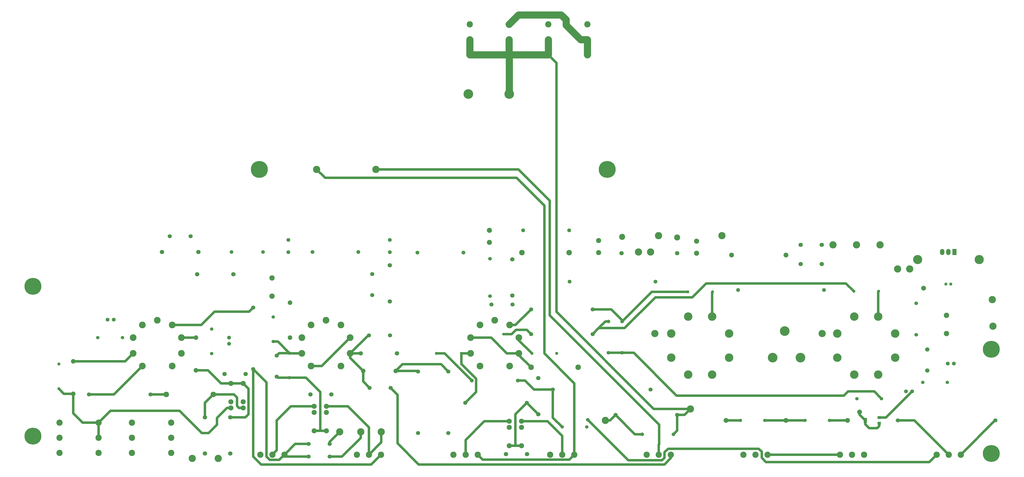
<source format=gbl>
G04 #@! TF.GenerationSoftware,KiCad,Pcbnew,9.0.4*
G04 #@! TF.CreationDate,2025-10-07T22:59:05+02:00*
G04 #@! TF.ProjectId,wb50,77623530-2e6b-4696-9361-645f70636258,rev?*
G04 #@! TF.SameCoordinates,Original*
G04 #@! TF.FileFunction,Copper,L4,Bot*
G04 #@! TF.FilePolarity,Positive*
%FSLAX46Y46*%
G04 Gerber Fmt 4.6, Leading zero omitted, Abs format (unit mm)*
G04 Created by KiCad (PCBNEW 9.0.4) date 2025-10-07 22:59:05*
%MOMM*%
%LPD*%
G01*
G04 APERTURE LIST*
G04 #@! TA.AperFunction,ComponentPad*
%ADD10C,3.900000*%
G04 #@! TD*
G04 #@! TA.AperFunction,ConnectorPad*
%ADD11C,7.000000*%
G04 #@! TD*
G04 #@! TA.AperFunction,ComponentPad*
%ADD12C,1.800000*%
G04 #@! TD*
G04 #@! TA.AperFunction,ComponentPad*
%ADD13C,3.000000*%
G04 #@! TD*
G04 #@! TA.AperFunction,ComponentPad*
%ADD14C,2.100000*%
G04 #@! TD*
G04 #@! TA.AperFunction,ComponentPad*
%ADD15C,1.300000*%
G04 #@! TD*
G04 #@! TA.AperFunction,ComponentPad*
%ADD16C,2.600000*%
G04 #@! TD*
G04 #@! TA.AperFunction,ComponentPad*
%ADD17C,1.400000*%
G04 #@! TD*
G04 #@! TA.AperFunction,ComponentPad*
%ADD18C,1.600000*%
G04 #@! TD*
G04 #@! TA.AperFunction,ComponentPad*
%ADD19C,4.000000*%
G04 #@! TD*
G04 #@! TA.AperFunction,ComponentPad*
%ADD20C,1.700000*%
G04 #@! TD*
G04 #@! TA.AperFunction,ConnectorPad*
%ADD21C,3.800000*%
G04 #@! TD*
G04 #@! TA.AperFunction,ComponentPad*
%ADD22C,1.879604*%
G04 #@! TD*
G04 #@! TA.AperFunction,ComponentPad*
%ADD23C,1.524003*%
G04 #@! TD*
G04 #@! TA.AperFunction,ComponentPad*
%ADD24C,1.500000*%
G04 #@! TD*
G04 #@! TA.AperFunction,ComponentPad*
%ADD25C,3.200000*%
G04 #@! TD*
G04 #@! TA.AperFunction,ComponentPad*
%ADD26C,2.300000*%
G04 #@! TD*
G04 #@! TA.AperFunction,ComponentPad*
%ADD27C,2.000000*%
G04 #@! TD*
G04 #@! TA.AperFunction,ComponentPad*
%ADD28C,2.500000*%
G04 #@! TD*
G04 #@! TA.AperFunction,ComponentPad*
%ADD29C,2.200000*%
G04 #@! TD*
G04 #@! TA.AperFunction,ComponentPad*
%ADD30R,1.800000X2.600000*%
G04 #@! TD*
G04 #@! TA.AperFunction,ComponentPad*
%ADD31O,1.800000X2.600000*%
G04 #@! TD*
G04 #@! TA.AperFunction,ComponentPad*
%ADD32C,3.500000*%
G04 #@! TD*
G04 #@! TA.AperFunction,ComponentPad*
%ADD33C,2.800000*%
G04 #@! TD*
G04 #@! TA.AperFunction,SMDPad,CuDef*
%ADD34C,2.000000*%
G04 #@! TD*
G04 #@! TA.AperFunction,SMDPad,CuDef*
%ADD35R,1.400000X1.300000*%
G04 #@! TD*
G04 #@! TA.AperFunction,SMDPad,CuDef*
%ADD36R,1.400000X2.000000*%
G04 #@! TD*
G04 #@! TA.AperFunction,ViaPad*
%ADD37C,1.500000*%
G04 #@! TD*
G04 #@! TA.AperFunction,ViaPad*
%ADD38C,2.000000*%
G04 #@! TD*
G04 #@! TA.AperFunction,ViaPad*
%ADD39C,0.600000*%
G04 #@! TD*
G04 #@! TA.AperFunction,Conductor*
%ADD40C,1.000000*%
G04 #@! TD*
G04 #@! TA.AperFunction,Conductor*
%ADD41C,3.000000*%
G04 #@! TD*
G04 APERTURE END LIST*
D10*
G04 #@! TO.P,MH8,1,1*
G04 #@! TO.N,unconnected-(MH8-Pad1)*
X361500000Y-152000000D03*
D11*
X361500000Y-152000000D03*
G04 #@! TD*
D10*
G04 #@! TO.P,MH7,1,1*
G04 #@! TO.N,unconnected-(MH7-Pad1)*
X217500000Y-152000000D03*
D11*
X217500000Y-152000000D03*
G04 #@! TD*
D10*
G04 #@! TO.P,MH6,1,1*
G04 #@! TO.N,unconnected-(MH6-Pad1)*
X520500000Y-226500000D03*
D11*
X520500000Y-226500000D03*
G04 #@! TD*
D10*
G04 #@! TO.P,MH5,1,1*
G04 #@! TO.N,unconnected-(MH5-Pad1)*
X520500000Y-269750000D03*
D11*
X520500000Y-269750000D03*
G04 #@! TD*
D10*
G04 #@! TO.P,MH4,1,1*
G04 #@! TO.N,unconnected-(MH4-Pad1)*
X123750000Y-262500000D03*
D11*
X123750000Y-262500000D03*
G04 #@! TD*
D10*
G04 #@! TO.P,MH3,1,1*
G04 #@! TO.N,unconnected-(MH3-Pad1)*
X123750000Y-200500000D03*
D11*
X123750000Y-200500000D03*
G04 #@! TD*
D12*
G04 #@! TO.P,R7,1,1*
G04 #@! TO.N,Net-(R6-Pad1)*
X205500000Y-254750000D03*
G04 #@! TO.P,R7,2,2*
G04 #@! TO.N,GND-AUD*
X205500000Y-269750000D03*
G04 #@! TD*
G04 #@! TO.P,D4,1,K*
G04 #@! TO.N,+12V*
X211850013Y-236750000D03*
G04 #@! TO.P,D4,2,A*
G04 #@! TO.N,REL-SW*
X203149987Y-236750000D03*
G04 #@! TD*
D13*
G04 #@! TO.P,X-BS-2,1,1*
G04 #@! TO.N,Net-(RELAY2-Pad10)*
X268000000Y-260750000D03*
G04 #@! TD*
D14*
G04 #@! TO.P,C10,1*
G04 #@! TO.N,HV-C*
X312750000Y-182250000D03*
G04 #@! TO.P,C10,2*
G04 #@! TO.N,GND-AUD*
X312750000Y-177250000D03*
G04 #@! TD*
D15*
G04 #@! TO.P,R17,1,1*
G04 #@! TO.N,Net-(V3A-G)*
X301150114Y-228250000D03*
G04 #@! TO.P,R17,2,2*
G04 #@! TO.N,Net-(R17-Pad2)*
X290849886Y-228250000D03*
G04 #@! TD*
G04 #@! TO.P,C1,1*
G04 #@! TO.N,+12V*
X501750000Y-199500000D03*
G04 #@! TO.P,C1,2*
G04 #@! TO.N,GND-AUX*
X503750000Y-199500000D03*
G04 #@! TD*
D12*
G04 #@! TO.P,R16,1,1*
G04 #@! TO.N,/Phase Inverter/PI_IN*
X333000000Y-253500000D03*
G04 #@! TO.P,R16,2,2*
G04 #@! TO.N,GND-AUD*
X333000000Y-238500000D03*
G04 #@! TD*
D14*
G04 #@! TO.P,RELAY1,1,1*
G04 #@! TO.N,Net-(R5-Pad1)*
X210790005Y-250830010D03*
G04 #@! TO.P,RELAY1,2,2*
G04 #@! TO.N,+12V*
X210790005Y-248290005D03*
G04 #@! TO.P,RELAY1,5,5*
G04 #@! TO.N,Net-(R6-Pad1)*
X210790005Y-240669990D03*
G04 #@! TO.P,RELAY1,6,6*
X205709995Y-240669990D03*
G04 #@! TO.P,RELAY1,9,9*
G04 #@! TO.N,REL-SW*
X205709995Y-248290005D03*
G04 #@! TO.P,RELAY1,10,10*
G04 #@! TO.N,/Connectors/Audio_IN*
X205709995Y-250830010D03*
G04 #@! TD*
D16*
G04 #@! TO.P,J1,1,S*
G04 #@! TO.N,GND-AUD*
X151000000Y-269500000D03*
G04 #@! TO.P,J1,2,R*
G04 #@! TO.N,/Connectors/Audio_IN*
X151000000Y-263200000D03*
G04 #@! TO.P,J1,3,T*
X151000000Y-256900000D03*
G04 #@! TO.P,J1,4,TN*
G04 #@! TO.N,GND-AUD*
X134800000Y-256900000D03*
G04 #@! TO.P,J1,5,RN*
X134800000Y-263200000D03*
G04 #@! TO.P,J1,6,SN*
X134800000Y-269500000D03*
G04 #@! TD*
D17*
G04 #@! TO.P,R28,1,1*
G04 #@! TO.N,Net-(R28-Pad1)*
X464899924Y-247000000D03*
G04 #@! TO.P,R28,2,2*
G04 #@! TO.N,/Power Amp/Bias-Set*
X475100076Y-247000000D03*
G04 #@! TD*
D18*
G04 #@! TO.P,U30,1,1*
G04 #@! TO.N,HV-B*
X345969964Y-198500000D03*
G04 #@! TO.P,U30,2,2*
G04 #@! TO.N,Net-(V5A-g2)*
X381530036Y-198500000D03*
G04 #@! TD*
D16*
G04 #@! TO.P,RV4,1,1*
G04 #@! TO.N,Net-(RV2-Pad2)*
X377900000Y-270200000D03*
G04 #@! TO.P,RV4,2,2*
G04 #@! TO.N,Net-(Audio-To-FX1-Pad1)*
X382900000Y-270200000D03*
G04 #@! TO.P,RV4,3,3*
G04 #@! TO.N,Net-(RV4-Pad3)*
X387900000Y-270200000D03*
G04 #@! TD*
D19*
G04 #@! TO.P,X9,1,1*
G04 #@! TO.N,/Connectors/NFB_IN*
X321000000Y-120750000D03*
G04 #@! TD*
D18*
G04 #@! TO.P,R27,1,1*
G04 #@! TO.N,HV-D*
X258500000Y-186250000D03*
G04 #@! TO.P,R27,2,2*
G04 #@! TO.N,HV-E*
X239500000Y-186250000D03*
G04 #@! TD*
D20*
G04 #@! TO.P,U14,1*
G04 #@! TO.N,Net-(R15-Pad2)*
X283250000Y-235750000D03*
G04 #@! TO.P,U14,2*
G04 #@! TO.N,Net-(RV2-Pad2)*
X283250000Y-261250000D03*
G04 #@! TD*
D16*
G04 #@! TO.P,MH2,1,1*
G04 #@! TO.N,Net-(MH2-Pad1)*
X515540259Y-189354953D03*
D21*
X515540259Y-189354953D03*
G04 #@! TD*
D12*
G04 #@! TO.P,D2,1,K*
G04 #@! TO.N,Net-(D1-K)*
X441649987Y-191250000D03*
G04 #@! TO.P,D2,2,A*
G04 #@! TO.N,Net-(D2-A)*
X450350013Y-191250000D03*
G04 #@! TD*
D14*
G04 #@! TO.P,C8,1*
G04 #@! TO.N,HV-A*
X398500000Y-186750000D03*
G04 #@! TO.P,C8,2*
G04 #@! TO.N,GND-PWR*
X398500000Y-181750000D03*
G04 #@! TD*
D18*
G04 #@! TO.P,U29,1,1*
G04 #@! TO.N,Net-(V4A-g2)*
X451280036Y-202000000D03*
G04 #@! TO.P,U29,2,2*
G04 #@! TO.N,HV-B*
X415719964Y-202000000D03*
G04 #@! TD*
G04 #@! TO.P,C14,1*
G04 #@! TO.N,GND-PWR*
X505020003Y-232500000D03*
G04 #@! TO.P,C14,2*
G04 #@! TO.N,Net-(D3-A)*
X502479997Y-232500000D03*
G04 #@! TD*
D22*
G04 #@! TO.P,R6,1,1*
G04 #@! TO.N,Net-(R6-Pad1)*
X191250000Y-235250064D03*
G04 #@! TO.P,R6,2,2*
G04 #@! TO.N,Net-(V1B-G)*
X191250000Y-221749936D03*
G04 #@! TD*
D23*
G04 #@! TO.P,U20,1,1*
G04 #@! TO.N,HV-C*
X313000000Y-189000064D03*
G04 #@! TO.P,U20,2,2*
G04 #@! TO.N,Net-(V3A-A{slash}P)*
X313000000Y-204499936D03*
G04 #@! TD*
D24*
G04 #@! TO.P,U22,1,1*
G04 #@! TO.N,Net-(R21-Pad2)*
X375999873Y-261750000D03*
G04 #@! TO.P,U22,2,2*
G04 #@! TO.N,/Connectors/NFB_IN*
X389000127Y-261750000D03*
G04 #@! TD*
D20*
G04 #@! TO.P,U13,1*
G04 #@! TO.N,Net-(V2B-C{slash}K)*
X262900000Y-220750000D03*
G04 #@! TO.P,U13,2*
G04 #@! TO.N,GND-AUD*
X271600000Y-220750000D03*
G04 #@! TD*
D16*
G04 #@! TO.P,RV1,1,1*
G04 #@! TO.N,Net-(R19-Pad2)*
X497900000Y-270200000D03*
G04 #@! TO.P,RV1,2,2*
G04 #@! TO.N,Net-(RV1-Pad2)*
X502900000Y-270200000D03*
G04 #@! TO.P,RV1,3,3*
G04 #@! TO.N,GND-AUD*
X507900000Y-270200000D03*
G04 #@! TD*
D13*
G04 #@! TO.P,X-BS-1,1,1*
G04 #@! TO.N,Net-(U10-Pad2)*
X250750000Y-260750000D03*
G04 #@! TD*
D20*
G04 #@! TO.P,U9,1*
G04 #@! TO.N,Net-(RV7-Pad3)*
X237900000Y-271000000D03*
G04 #@! TO.P,U9,2*
G04 #@! TO.N,Net-(U9-Pad2)*
X246600000Y-271000000D03*
G04 #@! TD*
D17*
G04 #@! TO.P,R21,1,1*
G04 #@! TO.N,Net-(R19-Pad2)*
X342899924Y-258750000D03*
G04 #@! TO.P,R21,2,2*
G04 #@! TO.N,Net-(R21-Pad2)*
X353100076Y-258750000D03*
G04 #@! TD*
D13*
G04 #@! TO.P,Audio-B1,1,1*
G04 #@! TO.N,Net-(V5A-a)*
X381250000Y-220000000D03*
G04 #@! TD*
D20*
G04 #@! TO.P,U11,1*
G04 #@! TO.N,/Pre Amp/PreAmp_OUT*
X224750000Y-237850000D03*
G04 #@! TO.P,U11,2*
G04 #@! TO.N,Net-(V2A-G)*
X224750000Y-229150000D03*
G04 #@! TD*
D13*
G04 #@! TO.P,AC-IN1,1,1*
G04 #@! TO.N,Net-(D1-A)*
X455000000Y-183250000D03*
G04 #@! TD*
D20*
G04 #@! TO.P,U10,1*
G04 #@! TO.N,Net-(RV7-Pad3)*
X237900000Y-265750000D03*
G04 #@! TO.P,U10,2*
G04 #@! TO.N,Net-(U10-Pad2)*
X246600000Y-265750000D03*
G04 #@! TD*
D18*
G04 #@! TO.P,C12,1*
G04 #@! TO.N,HV-E*
X229500000Y-186290005D03*
G04 #@! TO.P,C12,2*
G04 #@! TO.N,GND-AUD*
X229500000Y-181209995D03*
G04 #@! TD*
D12*
G04 #@! TO.P,R3,1,1*
G04 #@! TO.N,Net-(R3-Pad1)*
X192250000Y-186250000D03*
G04 #@! TO.P,R3,2,2*
G04 #@! TO.N,Net-(V1A-A{slash}P)*
X177250000Y-186250000D03*
G04 #@! TD*
D25*
G04 #@! TO.P,U1,1*
G04 #@! TO.N,Net-(MH1-Pad1)*
X490040246Y-189354953D03*
G04 #@! TO.P,U1,2*
G04 #@! TO.N,Net-(MH2-Pad1)*
X515540373Y-189354953D03*
G04 #@! TD*
D13*
G04 #@! TO.P,X2,1,1*
G04 #@! TO.N,GND-AUX*
X189750000Y-271750000D03*
G04 #@! TD*
G04 #@! TO.P,THUMP1,1,1*
G04 #@! TO.N,Net-(R21-Pad2)*
X360750000Y-256000000D03*
G04 #@! TD*
G04 #@! TO.P,AC-IN3,1,1*
G04 #@! TO.N,Net-(D2-A)*
X474500000Y-183250000D03*
G04 #@! TD*
D26*
G04 #@! TO.P,U18,1,1*
G04 #@! TO.N,Net-(V3A-C{slash}K)*
X329999936Y-234000000D03*
G04 #@! TO.P,U18,2,2*
G04 #@! TO.N,Net-(R17-Pad2)*
X349500064Y-234000000D03*
G04 #@! TD*
D20*
G04 #@! TO.P,U7,1*
G04 #@! TO.N,Net-(V1A-A{slash}P)*
X147000000Y-245250000D03*
G04 #@! TO.P,U7,2*
G04 #@! TO.N,Net-(U5-Pad1)*
X172500000Y-245250000D03*
G04 #@! TD*
D13*
G04 #@! TO.P,THUMP2,1,1*
G04 #@! TO.N,/Connectors/NFB_IN*
X396000000Y-251250000D03*
G04 #@! TD*
D16*
G04 #@! TO.P,J3,1,S*
G04 #@! TO.N,GND-AUD*
X304650000Y-91950000D03*
G04 #@! TO.P,J3,2,R*
G04 #@! TO.N,/Connectors/NFB_IN*
X304650000Y-98250000D03*
G04 #@! TO.P,J3,3,T*
X304650000Y-104550000D03*
G04 #@! TO.P,J3,4,TN*
X320850000Y-104550000D03*
G04 #@! TO.P,J3,5,RN*
X320850000Y-98250000D03*
G04 #@! TO.P,J3,6,SN*
G04 #@! TO.N,Net-(J3-SN)*
X320850000Y-91950000D03*
G04 #@! TD*
D13*
G04 #@! TO.P,AC-IN4,1,1*
G04 #@! TO.N,Net-(AC-IN4-Pad1)*
X521000000Y-206000000D03*
G04 #@! TD*
D18*
G04 #@! TO.P,R19,1,1*
G04 #@! TO.N,Net-(R17-Pad2)*
X305500000Y-239500000D03*
G04 #@! TO.P,R19,2,2*
G04 #@! TO.N,Net-(R19-Pad2)*
X324500000Y-239500000D03*
G04 #@! TD*
D17*
G04 #@! TO.P,R4,1,1*
G04 #@! TO.N,Net-(V1A-C{slash}K)*
X160850076Y-221750000D03*
G04 #@! TO.P,R4,2,2*
G04 #@! TO.N,GND-AUD*
X150649924Y-221750000D03*
G04 #@! TD*
D12*
G04 #@! TO.P,D6,1,K*
G04 #@! TO.N,+12V*
X319649987Y-270000000D03*
G04 #@! TO.P,D6,2,A*
G04 #@! TO.N,REL-SW*
X328350013Y-270000000D03*
G04 #@! TD*
D14*
G04 #@! TO.P,RELAY2,1,1*
G04 #@! TO.N,Net-(RELAY2-Pad1)*
X240209995Y-250169990D03*
G04 #@! TO.P,RELAY2,2,2*
G04 #@! TO.N,+12V*
X240209995Y-252709995D03*
G04 #@! TO.P,RELAY2,5,5*
G04 #@! TO.N,/Pre Amp/PreAmp_OUT*
X240209995Y-260330010D03*
G04 #@! TO.P,RELAY2,6,6*
X245290005Y-260330010D03*
G04 #@! TO.P,RELAY2,9,9*
G04 #@! TO.N,REL-SW*
X245290005Y-252709995D03*
G04 #@! TO.P,RELAY2,10,10*
G04 #@! TO.N,Net-(RELAY2-Pad10)*
X245290005Y-250169990D03*
G04 #@! TD*
D13*
G04 #@! TO.P,Audo-From-FX1,1,1*
G04 #@! TO.N,Net-(Audo-From-FX1-Pad1)*
X241250000Y-152000000D03*
G04 #@! TD*
D24*
G04 #@! TO.P,R32,1,1*
G04 #@! TO.N,Net-(D2-A)*
X489500000Y-207499873D03*
G04 #@! TO.P,R32,2,2*
G04 #@! TO.N,Net-(D3-K)*
X489500000Y-220500127D03*
G04 #@! TD*
D13*
G04 #@! TO.P,X-BS-3,1,1*
G04 #@! TO.N,Net-(U9-Pad2)*
X259500000Y-260750000D03*
G04 #@! TD*
D16*
G04 #@! TO.P,MH1,1,1*
G04 #@! TO.N,Net-(MH1-Pad1)*
X490040259Y-189354953D03*
D21*
X490040259Y-189354953D03*
G04 #@! TD*
D27*
G04 #@! TO.P,U31,1,1*
G04 #@! TO.N,Net-(D1-K)*
X435499936Y-187500000D03*
G04 #@! TO.P,U31,2,2*
G04 #@! TO.N,HV-A*
X413000064Y-187500000D03*
G04 #@! TD*
D20*
G04 #@! TO.P,U21,1*
G04 #@! TO.N,Net-(V3A-A{slash}P)*
X313650000Y-208000000D03*
G04 #@! TO.P,U21,2*
G04 #@! TO.N,Net-(V3B-A{slash}P)*
X322350000Y-208000000D03*
G04 #@! TD*
D15*
G04 #@! TO.P,R22,1,1*
G04 #@! TO.N,/Phase Inverter/PI_OUT_A*
X463599886Y-202500000D03*
G04 #@! TO.P,R22,2,2*
G04 #@! TO.N,Net-(V4A-g1)*
X473900114Y-202500000D03*
G04 #@! TD*
D12*
G04 #@! TO.P,R12,1,1*
G04 #@! TO.N,HV-D*
X271500000Y-191750000D03*
G04 #@! TO.P,R12,2,2*
G04 #@! TO.N,Net-(V2A-A{slash}P)*
X271500000Y-206750000D03*
G04 #@! TD*
D19*
G04 #@! TO.P,X12,1,1*
G04 #@! TO.N,GND-AUD*
X304000000Y-120750000D03*
G04 #@! TD*
D13*
G04 #@! TO.P,HV-OT2,1,1*
G04 #@! TO.N,HV-A*
X382750000Y-179500000D03*
G04 #@! TD*
D19*
G04 #@! TO.P,AC-IN8,1,1*
G04 #@! TO.N,HEAT2*
X430000000Y-230000000D03*
G04 #@! TD*
D16*
G04 #@! TO.P,RV3,1,1*
G04 #@! TO.N,GND-AUD*
X417900000Y-270200000D03*
G04 #@! TO.P,RV3,2,2*
G04 #@! TO.N,Net-(RV3-Pad2)*
X422900000Y-270200000D03*
G04 #@! TO.P,RV3,3,3*
G04 #@! TO.N,Net-(RV2-Pad1)*
X427900000Y-270200000D03*
G04 #@! TD*
D19*
G04 #@! TO.P,AC-IN6,1,1*
G04 #@! TO.N,HEAT1*
X441500000Y-230000000D03*
G04 #@! TD*
D15*
G04 #@! TO.P,R23,1,1*
G04 #@! TO.N,/Phase Inverter/PI_OUT_B*
X394849886Y-202750000D03*
G04 #@! TO.P,R23,2,2*
G04 #@! TO.N,Net-(V5A-g1)*
X405150114Y-202750000D03*
G04 #@! TD*
D20*
G04 #@! TO.P,U17,1*
G04 #@! TO.N,/Phase Inverter/PI_IN*
X328250000Y-248750000D03*
G04 #@! TO.P,U17,2*
G04 #@! TO.N,Net-(V3A-G)*
X302750000Y-248750000D03*
G04 #@! TD*
D13*
G04 #@! TO.P,Audio-To-FX1,1,1*
G04 #@! TO.N,Net-(Audio-To-FX1-Pad1)*
X265750000Y-152000000D03*
G04 #@! TD*
D28*
G04 #@! TO.P,Choke1,1,1*
G04 #@! TO.N,HV-A*
X390500000Y-180250000D03*
G04 #@! TD*
D20*
G04 #@! TO.P,U16,1*
G04 #@! TO.N,Net-(V2B-C{slash}K)*
X263150000Y-242500000D03*
G04 #@! TO.P,U16,2*
G04 #@! TO.N,Net-(RV4-Pad3)*
X271850000Y-242500000D03*
G04 #@! TD*
D16*
G04 #@! TO.P,RV2,1,1*
G04 #@! TO.N,Net-(RV2-Pad1)*
X457900000Y-270200000D03*
G04 #@! TO.P,RV2,2,2*
G04 #@! TO.N,Net-(RV2-Pad2)*
X462900000Y-270200000D03*
G04 #@! TO.P,RV2,3,3*
X467900000Y-270200000D03*
G04 #@! TD*
D24*
G04 #@! TO.P,U4,1,1*
G04 #@! TO.N,HV-E*
X219000127Y-186250000D03*
G04 #@! TO.P,U4,2,2*
G04 #@! TO.N,Net-(R3-Pad1)*
X205999873Y-186250000D03*
G04 #@! TD*
D13*
G04 #@! TO.P,AC-IN2,1,1*
G04 #@! TO.N,GND-PWR*
X464750000Y-183250000D03*
G04 #@! TD*
D14*
G04 #@! TO.P,RELAY3,1,1*
G04 #@! TO.N,Net-(RELAY3-Pad1)*
X321000000Y-256339980D03*
G04 #@! TO.P,RELAY3,2,2*
G04 #@! TO.N,+12V*
X321000000Y-258879985D03*
G04 #@! TO.P,RELAY3,5,5*
G04 #@! TO.N,/Phase Inverter/PI_IN*
X321000000Y-266500000D03*
G04 #@! TO.P,RELAY3,6,6*
X326080010Y-266500000D03*
G04 #@! TO.P,RELAY3,9,9*
G04 #@! TO.N,REL-SW*
X326080010Y-258879985D03*
G04 #@! TO.P,RELAY3,10,10*
G04 #@! TO.N,Net-(RELAY3-Pad10)*
X326080010Y-256339980D03*
G04 #@! TD*
D18*
G04 #@! TO.P,R26,1,1*
G04 #@! TO.N,HV-C*
X302000000Y-186500000D03*
G04 #@! TO.P,R26,2,2*
G04 #@! TO.N,HV-D*
X283000000Y-186500000D03*
G04 #@! TD*
D14*
G04 #@! TO.P,C9,1*
G04 #@! TO.N,HV-B*
X358000000Y-186500000D03*
G04 #@! TO.P,C9,2*
G04 #@! TO.N,GND-AUD*
X358000000Y-181500000D03*
G04 #@! TD*
D12*
G04 #@! TO.P,R14,1,1*
G04 #@! TO.N,Net-(V2B-C{slash}K)*
X259500000Y-228250000D03*
G04 #@! TO.P,R14,2,2*
G04 #@! TO.N,GND-AUD*
X274500000Y-228250000D03*
G04 #@! TD*
D13*
G04 #@! TO.P,AC-IN5,1,1*
G04 #@! TO.N,Net-(AC-IN5-Pad1)*
X521250000Y-217000000D03*
G04 #@! TD*
G04 #@! TO.P,X1,1,1*
G04 #@! TO.N,Net-(J2-RN)*
X200500000Y-271750000D03*
G04 #@! TD*
D20*
G04 #@! TO.P,U8,1*
G04 #@! TO.N,Net-(V1B-A{slash}P)*
X215000000Y-209250000D03*
G04 #@! TO.P,U8,2*
G04 #@! TO.N,Net-(RV7-Pad3)*
X215000000Y-234750000D03*
G04 #@! TD*
D22*
G04 #@! TO.P,R15,1,1*
G04 #@! TO.N,Net-(V2B-C{slash}K)*
X260499936Y-235500000D03*
G04 #@! TO.P,R15,2,2*
G04 #@! TO.N,Net-(R15-Pad2)*
X274000064Y-235500000D03*
G04 #@! TD*
D20*
G04 #@! TO.P,U15,1*
G04 #@! TO.N,Net-(R15-Pad2)*
X295750000Y-235750000D03*
G04 #@! TO.P,U15,2*
G04 #@! TO.N,Net-(RV3-Pad2)*
X295750000Y-261250000D03*
G04 #@! TD*
D13*
G04 #@! TO.P,Audio-A1,1,1*
G04 #@! TO.N,Net-(V4A-a)*
X450500000Y-220000000D03*
G04 #@! TD*
D17*
G04 #@! TO.P,R10,1,1*
G04 #@! TO.N,/Pre Amp/PreAmp_OUT*
X230000000Y-238350076D03*
G04 #@! TO.P,R10,2,2*
G04 #@! TO.N,Net-(V2A-G)*
X230000000Y-228149924D03*
G04 #@! TD*
D12*
G04 #@! TO.P,D5,1,K*
G04 #@! TO.N,+12V*
X238649987Y-245250000D03*
G04 #@! TO.P,D5,2,A*
G04 #@! TO.N,REL-SW*
X247350013Y-245250000D03*
G04 #@! TD*
D17*
G04 #@! TO.P,R31,1,1*
G04 #@! TO.N,GND-AUD*
X426850076Y-256000000D03*
G04 #@! TO.P,R31,2,2*
G04 #@! TO.N,Net-(V5A-g3)*
X416649924Y-256000000D03*
G04 #@! TD*
D19*
G04 #@! TO.P,AC-IN7,1,1*
G04 #@! TO.N,GND-PWR*
X435000000Y-219000000D03*
G04 #@! TD*
D22*
G04 #@! TO.P,R13,1,1*
G04 #@! TO.N,Net-(V2A-C{slash}K)*
X230250000Y-221749936D03*
G04 #@! TO.P,R13,2,2*
G04 #@! TO.N,GND-AUD*
X230250000Y-207250064D03*
G04 #@! TD*
D16*
G04 #@! TO.P,RV7,1,1*
G04 #@! TO.N,GND-AUD*
X257900000Y-270200000D03*
G04 #@! TO.P,RV7,2,2*
G04 #@! TO.N,Net-(RELAY2-Pad10)*
X262900000Y-270200000D03*
G04 #@! TO.P,RV7,3,3*
G04 #@! TO.N,Net-(RV7-Pad3)*
X267900000Y-270200000D03*
G04 #@! TD*
D26*
G04 #@! TO.P,U5,1,1*
G04 #@! TO.N,Net-(U5-Pad1)*
X178999936Y-245250000D03*
G04 #@! TO.P,U5,2,2*
G04 #@! TO.N,Net-(R5-Pad1)*
X198500064Y-245250000D03*
G04 #@! TD*
D20*
G04 #@! TO.P,U23,1*
G04 #@! TO.N,Net-(V3B-G)*
X379450000Y-243250000D03*
G04 #@! TO.P,U23,2*
G04 #@! TO.N,Net-(R19-Pad2)*
X339050000Y-243250000D03*
G04 #@! TD*
D17*
G04 #@! TO.P,R30,1,1*
G04 #@! TO.N,Net-(V4A-g3)*
X453600076Y-256000000D03*
G04 #@! TO.P,R30,2,2*
G04 #@! TO.N,GND-AUD*
X443399924Y-256000000D03*
G04 #@! TD*
D26*
G04 #@! TO.P,U32,1,1*
G04 #@! TO.N,HV-B*
X345750064Y-186500000D03*
G04 #@! TO.P,U32,2,2*
G04 #@! TO.N,Net-(R25-Pad1)*
X326249936Y-186500000D03*
G04 #@! TD*
D12*
G04 #@! TO.P,D1,1,K*
G04 #@! TO.N,Net-(D1-K)*
X441649987Y-183250000D03*
G04 #@! TO.P,D1,2,A*
G04 #@! TO.N,Net-(D1-A)*
X450350013Y-183250000D03*
G04 #@! TD*
D20*
G04 #@! TO.P,U26,1*
G04 #@! TO.N,Net-(V3B-A{slash}P)*
X330000000Y-210000000D03*
G04 #@! TO.P,U26,2*
G04 #@! TO.N,/Phase Inverter/PI_OUT_B*
X355500000Y-210000000D03*
G04 #@! TD*
D12*
G04 #@! TO.P,R24,1,1*
G04 #@! TO.N,HV-A*
X390500127Y-186750000D03*
G04 #@! TO.P,R24,2,2*
G04 #@! TO.N,HV-B*
X367499873Y-186750000D03*
G04 #@! TD*
D29*
G04 #@! TO.P,C2,1*
G04 #@! TO.N,Net-(U2-passive)*
X502000000Y-212500064D03*
G04 #@! TO.P,C2,2*
G04 #@! TO.N,GND-AUX*
X502000000Y-219999936D03*
G04 #@! TD*
D12*
G04 #@! TO.P,R20,1,1*
G04 #@! TO.N,HV-C*
X322250000Y-189250000D03*
G04 #@! TO.P,R20,2,2*
G04 #@! TO.N,Net-(V3B-A{slash}P)*
X322250000Y-204250000D03*
G04 #@! TD*
D22*
G04 #@! TO.P,R1,1,1*
G04 #@! TO.N,/Connectors/Audio_IN*
X140500000Y-245000064D03*
G04 #@! TO.P,R1,2,2*
G04 #@! TO.N,Net-(V1A-G)*
X140500000Y-231499936D03*
G04 #@! TD*
D20*
G04 #@! TO.P,U12,1*
G04 #@! TO.N,HV-D*
X264250000Y-195400000D03*
G04 #@! TO.P,U12,2*
G04 #@! TO.N,Net-(V2A-A{slash}P)*
X264250000Y-204100000D03*
G04 #@! TD*
D29*
G04 #@! TO.P,C7,1*
G04 #@! TO.N,Net-(V2A-C{slash}K)*
X222750000Y-204499936D03*
G04 #@! TO.P,C7,2*
G04 #@! TO.N,GND-AUD*
X222750000Y-197000064D03*
G04 #@! TD*
D20*
G04 #@! TO.P,U6,1*
G04 #@! TO.N,Net-(R3-Pad1)*
X189100000Y-179750000D03*
G04 #@! TO.P,U6,2*
G04 #@! TO.N,Net-(V1A-A{slash}P)*
X180400000Y-179750000D03*
G04 #@! TD*
D18*
G04 #@! TO.P,R25,1,1*
G04 #@! TO.N,Net-(R25-Pad1)*
X345750000Y-177250000D03*
G04 #@! TO.P,R25,2,2*
G04 #@! TO.N,HV-C*
X326750000Y-177250000D03*
G04 #@! TD*
D12*
G04 #@! TO.P,R5,1,1*
G04 #@! TO.N,Net-(R5-Pad1)*
X195000000Y-254750000D03*
G04 #@! TO.P,R5,2,2*
G04 #@! TO.N,GND-AUD*
X195000000Y-269750000D03*
G04 #@! TD*
D18*
G04 #@! TO.P,C5,1*
G04 #@! TO.N,Net-(V1A-C{slash}K)*
X157270003Y-214250000D03*
G04 #@! TO.P,C5,2*
G04 #@! TO.N,GND-AUD*
X154729997Y-214250000D03*
G04 #@! TD*
D16*
G04 #@! TO.P,J2,1,S*
G04 #@! TO.N,GND-AUX*
X181000000Y-269500000D03*
G04 #@! TO.P,J2,2,R*
G04 #@! TO.N,REL-SW*
X181000000Y-263200000D03*
G04 #@! TO.P,J2,3,T*
X181000000Y-256900000D03*
G04 #@! TO.P,J2,4,TN*
G04 #@! TO.N,Net-(J2-RN)*
X164800000Y-256900000D03*
G04 #@! TO.P,J2,5,RN*
X164800000Y-263200000D03*
G04 #@! TO.P,J2,6,SN*
G04 #@! TO.N,GND-AUX*
X164800000Y-269500000D03*
G04 #@! TD*
D30*
G04 #@! TO.P,U2,1,passive*
G04 #@! TO.N,Net-(U2-passive)*
X505330264Y-186259906D03*
D31*
G04 #@! TO.P,U2,2,GND*
G04 #@! TO.N,GND-AUX*
X502790259Y-186259906D03*
G04 #@! TO.P,U2,3,OUTPUT*
G04 #@! TO.N,+12V*
X500250000Y-186250000D03*
G04 #@! TD*
D20*
G04 #@! TO.P,U25,1*
G04 #@! TO.N,Net-(V3A-A{slash}P)*
X330000000Y-220250000D03*
G04 #@! TO.P,U25,2*
G04 #@! TO.N,/Phase Inverter/PI_OUT_A*
X355500000Y-220250000D03*
G04 #@! TD*
D18*
G04 #@! TO.P,C11,1*
G04 #@! TO.N,HV-D*
X271500000Y-186330010D03*
G04 #@! TO.P,C11,2*
G04 #@! TO.N,GND-AUD*
X271500000Y-181250000D03*
G04 #@! TD*
D24*
G04 #@! TO.P,U28,1,1*
G04 #@! TO.N,/Power Amp/Bias-Set*
X367750000Y-228000127D03*
G04 #@! TO.P,U28,2,2*
G04 #@! TO.N,/Phase Inverter/PI_OUT_B*
X367750000Y-214999873D03*
G04 #@! TD*
D15*
G04 #@! TO.P,R2,1,1*
G04 #@! TO.N,/Connectors/Audio_IN*
X134500000Y-242900114D03*
G04 #@! TO.P,R2,2,2*
G04 #@! TO.N,GND-AUD*
X134500000Y-232599886D03*
G04 #@! TD*
D13*
G04 #@! TO.P,HV-OT1,1,1*
G04 #@! TO.N,HV-A*
X409000000Y-179500000D03*
G04 #@! TD*
D15*
G04 #@! TO.P,R18,1,1*
G04 #@! TO.N,Net-(V3B-G)*
X330349886Y-228250000D03*
G04 #@! TO.P,R18,2,2*
G04 #@! TO.N,Net-(R17-Pad2)*
X340650114Y-228250000D03*
G04 #@! TD*
D16*
G04 #@! TO.P,RV5,1,1*
G04 #@! TO.N,GND-AUD*
X337900000Y-270200000D03*
G04 #@! TO.P,RV5,2,2*
G04 #@! TO.N,Net-(RELAY3-Pad10)*
X342900000Y-270200000D03*
G04 #@! TO.P,RV5,3,3*
G04 #@! TO.N,Net-(Audo-From-FX1-Pad1)*
X347900000Y-270200000D03*
G04 #@! TD*
G04 #@! TO.P,RV6,1,1*
G04 #@! TO.N,GND-AUD*
X297900000Y-270200000D03*
G04 #@! TO.P,RV6,2,2*
G04 #@! TO.N,Net-(RELAY3-Pad1)*
X302900000Y-270200000D03*
G04 #@! TO.P,RV6,3,3*
G04 #@! TO.N,Net-(Audo-From-FX1-Pad1)*
X307900000Y-270200000D03*
G04 #@! TD*
G04 #@! TO.P,J4,1,S*
G04 #@! TO.N,GND-AUD*
X337150000Y-91950000D03*
G04 #@! TO.P,J4,2,R*
G04 #@! TO.N,/Connectors/NFB_IN*
X337150000Y-98250000D03*
G04 #@! TO.P,J4,3,T*
X337150000Y-104550000D03*
G04 #@! TO.P,J4,4,TN*
G04 #@! TO.N,Net-(J3-SN)*
X353350000Y-104550000D03*
G04 #@! TO.P,J4,5,RN*
X353350000Y-98250000D03*
G04 #@! TO.P,J4,6,SN*
G04 #@! TO.N,GND-AUD*
X353350000Y-91950000D03*
G04 #@! TD*
D20*
G04 #@! TO.P,U24,1*
G04 #@! TO.N,Net-(R21-Pad2)*
X365000000Y-253750000D03*
G04 #@! TO.P,U24,2*
G04 #@! TO.N,/Connectors/NFB_IN*
X390500000Y-253750000D03*
G04 #@! TD*
D17*
G04 #@! TO.P,R11,1,1*
G04 #@! TO.N,Net-(V2A-G)*
X223250000Y-223350076D03*
G04 #@! TO.P,R11,2,2*
G04 #@! TO.N,GND-AUD*
X223250000Y-213149924D03*
G04 #@! TD*
D12*
G04 #@! TO.P,D3,1,K*
G04 #@! TO.N,Net-(D3-K)*
X494000000Y-226649987D03*
G04 #@! TO.P,D3,2,A*
G04 #@! TO.N,Net-(D3-A)*
X494000000Y-235350013D03*
G04 #@! TD*
D18*
G04 #@! TO.P,C6,1*
G04 #@! TO.N,Net-(V1B-C{slash}K)*
X205000000Y-224270003D03*
G04 #@! TO.P,C6,2*
G04 #@! TO.N,GND-AUD*
X205000000Y-221729997D03*
G04 #@! TD*
D12*
G04 #@! TO.P,R9,1,1*
G04 #@! TO.N,HV-E*
X206750000Y-195500000D03*
G04 #@! TO.P,R9,2,2*
G04 #@! TO.N,Net-(V1B-A{slash}P)*
X191750000Y-195500000D03*
G04 #@! TD*
D16*
G04 #@! TO.P,RV8,1,1*
G04 #@! TO.N,GND-AUD*
X217900000Y-270200000D03*
G04 #@! TO.P,RV8,2,2*
G04 #@! TO.N,Net-(RELAY2-Pad1)*
X222900000Y-270200000D03*
G04 #@! TO.P,RV8,3,3*
G04 #@! TO.N,Net-(RV7-Pad3)*
X227900000Y-270200000D03*
G04 #@! TD*
D18*
G04 #@! TO.P,C13,1*
G04 #@! TO.N,GND-PWR*
X487770003Y-244000000D03*
G04 #@! TO.P,C13,2*
G04 #@! TO.N,/Power Amp/Bias-Set*
X485229997Y-244000000D03*
G04 #@! TD*
D20*
G04 #@! TO.P,U19,1*
G04 #@! TO.N,Net-(RV1-Pad2)*
X481800000Y-256000000D03*
G04 #@! TO.P,U19,2*
G04 #@! TO.N,GND-AUD*
X522200000Y-256000000D03*
G04 #@! TD*
D17*
G04 #@! TO.P,R8,1,1*
G04 #@! TO.N,Net-(V1B-C{slash}K)*
X197750000Y-228350076D03*
G04 #@! TO.P,R8,2,2*
G04 #@! TO.N,GND-AUD*
X197750000Y-218149924D03*
G04 #@! TD*
D28*
G04 #@! TO.P,Choke2,1,1*
G04 #@! TO.N,HV-B*
X367750000Y-180000000D03*
G04 #@! TD*
D17*
G04 #@! TO.P,R29,1,1*
G04 #@! TO.N,/Power Amp/Bias-Set*
X492149924Y-240250000D03*
G04 #@! TO.P,R29,2,2*
G04 #@! TO.N,Net-(D3-A)*
X502350076Y-240250000D03*
G04 #@! TD*
D24*
G04 #@! TO.P,U27,1,1*
G04 #@! TO.N,/Phase Inverter/PI_OUT_A*
X362000000Y-214999873D03*
G04 #@! TO.P,U27,2,2*
G04 #@! TO.N,/Power Amp/Bias-Set*
X362000000Y-228000127D03*
G04 #@! TD*
D32*
G04 #@! TO.P,V4,1,g3*
G04 #@! TO.N,Net-(V4A-g3)*
X463775000Y-237010000D03*
G04 #@! TO.P,V4,2,f*
G04 #@! TO.N,HEAT1*
X456740000Y-229975000D03*
G04 #@! TO.P,V4,3,a*
G04 #@! TO.N,Net-(V4A-a)*
X456740000Y-220025000D03*
G04 #@! TO.P,V4,4,g2*
G04 #@! TO.N,Net-(V4A-g2)*
X463775000Y-212990000D03*
G04 #@! TO.P,V4,5,g1*
G04 #@! TO.N,Net-(V4A-g1)*
X473725000Y-212990000D03*
G04 #@! TO.P,V4,6*
G04 #@! TO.N,N/C*
X480760000Y-220025000D03*
G04 #@! TO.P,V4,7,f*
G04 #@! TO.N,HEAT2*
X480760000Y-229975000D03*
G04 #@! TO.P,V4,8,k*
G04 #@! TO.N,Net-(V4A-g3)*
X473725000Y-237010000D03*
G04 #@! TD*
G04 #@! TO.P,V5,1,g3*
G04 #@! TO.N,Net-(V5A-g3)*
X395025000Y-237010000D03*
G04 #@! TO.P,V5,2,f*
G04 #@! TO.N,HEAT1*
X387990000Y-229975000D03*
G04 #@! TO.P,V5,3,a*
G04 #@! TO.N,Net-(V5A-a)*
X387990000Y-220025000D03*
G04 #@! TO.P,V5,4,g2*
G04 #@! TO.N,Net-(V5A-g2)*
X395025000Y-212990000D03*
G04 #@! TO.P,V5,5,g1*
G04 #@! TO.N,Net-(V5A-g1)*
X404975000Y-212990000D03*
G04 #@! TO.P,V5,6*
G04 #@! TO.N,N/C*
X412010000Y-220025000D03*
G04 #@! TO.P,V5,7,f*
G04 #@! TO.N,HEAT2*
X412010000Y-229975000D03*
G04 #@! TO.P,V5,8,k*
G04 #@! TO.N,Net-(V5A-g3)*
X404975000Y-237010000D03*
G04 #@! TD*
D33*
G04 #@! TO.P,V2,1,A/P*
G04 #@! TO.N,Net-(V2A-A{slash}P)*
X238952978Y-233494490D03*
G04 #@! TO.P,V2,2,G*
G04 #@! TO.N,Net-(V2A-G)*
X235138522Y-228244821D03*
G04 #@! TO.P,V2,3,C/K*
G04 #@! TO.N,Net-(V2A-C{slash}K)*
X235138907Y-221755322D03*
G04 #@! TO.P,V2,4,H1*
G04 #@! TO.N,+12V*
X238953028Y-216504980D03*
G04 #@! TO.P,V2,5,H2*
G04 #@! TO.N,GND-AUX*
X245124665Y-214499989D03*
G04 #@! TO.P,V2,6,A/P*
G04 #@! TO.N,HV-D*
X251297022Y-216505510D03*
G04 #@! TO.P,V2,7,G*
G04 #@! TO.N,Net-(V2A-A{slash}P)*
X255111478Y-221755179D03*
G04 #@! TO.P,V2,8,C/K*
G04 #@! TO.N,Net-(V2B-C{slash}K)*
X255111093Y-228244678D03*
G04 #@! TO.P,V2,9,CT*
G04 #@! TO.N,unconnected-(V2C-CT-Pad9)*
X251296972Y-233495020D03*
G04 #@! TD*
D34*
G04 #@! TO.P,BiasA1,1,1*
G04 #@! TO.N,Net-(V4A-g3)*
X461000000Y-256000000D03*
G04 #@! TD*
G04 #@! TO.P,GND-Mess1,1,1*
G04 #@! TO.N,GND-AUD*
X435500000Y-256000000D03*
G04 #@! TD*
D33*
G04 #@! TO.P,V1,1,A/P*
G04 #@! TO.N,Net-(V1A-A{slash}P)*
X169077978Y-233494490D03*
G04 #@! TO.P,V1,2,G*
G04 #@! TO.N,Net-(V1A-G)*
X165263522Y-228244821D03*
G04 #@! TO.P,V1,3,C/K*
G04 #@! TO.N,Net-(V1A-C{slash}K)*
X165263907Y-221755322D03*
G04 #@! TO.P,V1,4,H1*
G04 #@! TO.N,+12V*
X169078028Y-216504980D03*
G04 #@! TO.P,V1,5,H2*
G04 #@! TO.N,GND-AUX*
X175249665Y-214499989D03*
G04 #@! TO.P,V1,6,A/P*
G04 #@! TO.N,Net-(V1B-A{slash}P)*
X181422022Y-216505510D03*
G04 #@! TO.P,V1,7,G*
G04 #@! TO.N,Net-(V1B-G)*
X185236478Y-221755179D03*
G04 #@! TO.P,V1,8,C/K*
G04 #@! TO.N,Net-(V1B-C{slash}K)*
X185236093Y-228244678D03*
G04 #@! TO.P,V1,9,CT*
G04 #@! TO.N,unconnected-(V1C-CT-Pad9)*
X181421972Y-233495020D03*
G04 #@! TD*
G04 #@! TO.P,V3,1,A/P*
G04 #@! TO.N,Net-(V3A-A{slash}P)*
X308827978Y-233494490D03*
G04 #@! TO.P,V3,2,G*
G04 #@! TO.N,Net-(V3A-G)*
X305013522Y-228244821D03*
G04 #@! TO.P,V3,3,C/K*
G04 #@! TO.N,Net-(V3A-C{slash}K)*
X305013907Y-221755322D03*
G04 #@! TO.P,V3,4,H1*
G04 #@! TO.N,+12V*
X308828028Y-216504980D03*
G04 #@! TO.P,V3,5,H2*
G04 #@! TO.N,GND-AUX*
X314999665Y-214499989D03*
G04 #@! TO.P,V3,6,A/P*
G04 #@! TO.N,Net-(V3B-A{slash}P)*
X321172022Y-216505510D03*
G04 #@! TO.P,V3,7,G*
G04 #@! TO.N,Net-(V3B-G)*
X324986478Y-221755179D03*
G04 #@! TO.P,V3,8,C/K*
G04 #@! TO.N,Net-(V3A-C{slash}K)*
X324986093Y-228244678D03*
G04 #@! TO.P,V3,9,CT*
G04 #@! TO.N,unconnected-(V3C-CT-Pad9)*
X321171972Y-233495020D03*
G04 #@! TD*
D35*
G04 #@! TO.P,U33,1,1*
G04 #@! TO.N,Net-(R28-Pad1)*
X474149949Y-257150114D03*
D36*
G04 #@! TO.P,U33,2,2*
X468350051Y-256000000D03*
D35*
G04 #@! TO.P,U33,3,3*
G04 #@! TO.N,GND-PWR*
X474149949Y-254849886D03*
G04 #@! TD*
D34*
G04 #@! TO.P,BiasB1,1,1*
G04 #@! TO.N,Net-(V5A-g3)*
X410750000Y-256000000D03*
G04 #@! TD*
D13*
G04 #@! TO.P,N2,1,Net1*
G04 #@! TO.N,GND-PWR*
X379500000Y-186250000D03*
G04 #@! TO.P,N2,2,Net2*
G04 #@! TO.N,GND-AUD*
X374500000Y-186250000D03*
G04 #@! TD*
G04 #@! TO.P,N1,1,Net1*
G04 #@! TO.N,GND-PWR*
X481750000Y-193250000D03*
G04 #@! TO.P,N1,2,Net2*
G04 #@! TO.N,GND-AUX*
X486750000Y-193250000D03*
G04 #@! TD*
D37*
G04 #@! TO.N,Net-(R19-Pad2)*
X353500000Y-255750000D03*
D38*
G04 #@! TO.N,GND-AUX*
X492500000Y-201250000D03*
G04 #@! TO.N,Net-(R28-Pad1)*
X466000000Y-252500000D03*
D39*
G04 #@! TO.N,Net-(V3A-A{slash}P)*
X318500000Y-220250000D03*
G04 #@! TD*
D40*
G04 #@! TO.N,/Connectors/Audio_IN*
X136599950Y-245000064D02*
X134500000Y-242900114D01*
X140500000Y-245000064D02*
X136599950Y-245000064D01*
G04 #@! TO.N,GND-AUD*
X443399924Y-256000000D02*
X435500000Y-256000000D01*
X426850076Y-256000000D02*
X435500000Y-256000000D01*
X507900000Y-270200000D02*
X522100000Y-256000000D01*
X522100000Y-256000000D02*
X522200000Y-256000000D01*
G04 #@! TO.N,/Connectors/Audio_IN*
X200000000Y-255000000D02*
X204169990Y-250830010D01*
X200000000Y-257750000D02*
X200000000Y-255000000D01*
X151000000Y-263200000D02*
X151000000Y-256900000D01*
X144400000Y-256900000D02*
X140500000Y-253000000D01*
X151000000Y-256900000D02*
X144400000Y-256900000D01*
X155900000Y-252000000D02*
X184500000Y-252000000D01*
X140500000Y-253000000D02*
X140500000Y-245000064D01*
X184500000Y-252000000D02*
X193750000Y-261250000D01*
X196500000Y-261250000D02*
X200000000Y-257750000D01*
X193750000Y-261250000D02*
X196500000Y-261250000D01*
X151000000Y-256900000D02*
X155900000Y-252000000D01*
X204169990Y-250830010D02*
X205709995Y-250830010D01*
G04 #@! TO.N,GND-PWR*
X487770003Y-244000000D02*
X476920117Y-254849886D01*
X476920117Y-254849886D02*
X474149949Y-254849886D01*
G04 #@! TO.N,/Connectors/NFB_IN*
X390500000Y-260250127D02*
X389000127Y-261750000D01*
X340500000Y-107900000D02*
X337150000Y-104550000D01*
D41*
X321000000Y-104700000D02*
X320850000Y-104550000D01*
X304650000Y-104550000D02*
X304650000Y-98250000D01*
D40*
X390500000Y-251250000D02*
X380750000Y-251250000D01*
X390500000Y-253750000D02*
X390500000Y-260250127D01*
X340500000Y-211000000D02*
X340500000Y-107900000D01*
X390500000Y-251250000D02*
X396000000Y-251250000D01*
X380750000Y-251250000D02*
X340500000Y-211000000D01*
X396000000Y-251250000D02*
X393500000Y-253750000D01*
D41*
X337150000Y-104550000D02*
X337150000Y-98250000D01*
X320850000Y-104550000D02*
X337150000Y-104550000D01*
X321000000Y-120750000D02*
X321000000Y-104700000D01*
X320850000Y-104550000D02*
X320850000Y-98250000D01*
X320850000Y-104550000D02*
X304650000Y-104550000D01*
D40*
X393500000Y-253750000D02*
X390500000Y-253750000D01*
G04 #@! TO.N,Net-(V1A-G)*
X162008407Y-231499936D02*
X165263522Y-228244821D01*
X140500000Y-231499936D02*
X162008407Y-231499936D01*
G04 #@! TO.N,Net-(V1A-A{slash}P)*
X169077978Y-233494490D02*
X157322468Y-245250000D01*
X157322468Y-245250000D02*
X147000000Y-245250000D01*
G04 #@! TO.N,Net-(R5-Pad1)*
X198500064Y-245250000D02*
X195000000Y-248750064D01*
X208250000Y-246500000D02*
X208250000Y-250000000D01*
X208250000Y-250000000D02*
X209080010Y-250830010D01*
X195000000Y-248750064D02*
X195000000Y-254750000D01*
X207000000Y-245250000D02*
X208250000Y-246500000D01*
X198500064Y-245250000D02*
X207000000Y-245250000D01*
X209080010Y-250830010D02*
X210790005Y-250830010D01*
G04 #@! TO.N,Net-(V1B-G)*
X191250000Y-221749936D02*
X185241721Y-221749936D01*
X185241721Y-221749936D02*
X185236478Y-221755179D01*
G04 #@! TO.N,Net-(R6-Pad1)*
X211750000Y-254750000D02*
X213000000Y-253500000D01*
X196250000Y-235250064D02*
X191250000Y-235250064D01*
X213000000Y-253500000D02*
X213000000Y-242879985D01*
X210790005Y-240669990D02*
X205709995Y-240669990D01*
X205709995Y-240669990D02*
X201669926Y-240669990D01*
X201669926Y-240669990D02*
X196250000Y-235250064D01*
X205500000Y-254750000D02*
X211750000Y-254750000D01*
X213000000Y-242879985D02*
X210790005Y-240669990D01*
G04 #@! TO.N,Net-(V1B-A{slash}P)*
X199000000Y-211000000D02*
X213250000Y-211000000D01*
X181422022Y-216505510D02*
X193494490Y-216505510D01*
X193494490Y-216505510D02*
X199000000Y-211000000D01*
X213250000Y-211000000D02*
X215000000Y-209250000D01*
G04 #@! TO.N,Net-(V2A-G)*
X230094897Y-228244821D02*
X230000000Y-228149924D01*
X235138522Y-228244821D02*
X230094897Y-228244821D01*
X223250000Y-223350076D02*
X225200152Y-223350076D01*
X225750076Y-228149924D02*
X224750000Y-229150000D01*
X225200152Y-223350076D02*
X230000000Y-228149924D01*
X230000000Y-228149924D02*
X225750076Y-228149924D01*
G04 #@! TO.N,/Pre Amp/PreAmp_OUT*
X240209995Y-260330010D02*
X242750000Y-260330010D01*
X225250076Y-238350076D02*
X224750000Y-237850000D01*
X230000000Y-238350076D02*
X225250076Y-238350076D01*
X242750000Y-260330010D02*
X242750000Y-244250000D01*
X242750000Y-244250000D02*
X236850076Y-238350076D01*
X242750000Y-260330010D02*
X245290005Y-260330010D01*
X236850076Y-238350076D02*
X230000000Y-238350076D01*
G04 #@! TO.N,Net-(V2A-A{slash}P)*
X243372167Y-233494490D02*
X238952978Y-233494490D01*
X255111478Y-221755179D02*
X243372167Y-233494490D01*
G04 #@! TO.N,Net-(V2B-C{slash}K)*
X262605771Y-220750000D02*
X262900000Y-220750000D01*
X260499936Y-239849936D02*
X263150000Y-242500000D01*
X259494678Y-228244678D02*
X259500000Y-228250000D01*
X255111093Y-228244678D02*
X259494678Y-228244678D01*
X255111093Y-230111157D02*
X260499936Y-235500000D01*
X260499936Y-235500000D02*
X260499936Y-239849936D01*
X255111093Y-228244678D02*
X255111093Y-230111157D01*
X255111093Y-228244678D02*
X262605771Y-220750000D01*
G04 #@! TO.N,Net-(V4A-g3)*
X453600076Y-256000000D02*
X461000000Y-256000000D01*
G04 #@! TO.N,Net-(R15-Pad2)*
X292750000Y-232750000D02*
X295750000Y-235750000D01*
X274000064Y-235500000D02*
X283000000Y-235500000D01*
X283000000Y-235500000D02*
X283250000Y-235750000D01*
X274000064Y-235500000D02*
X276750064Y-232750000D01*
X276750064Y-232750000D02*
X292750000Y-232750000D01*
G04 #@! TO.N,/Phase Inverter/PI_IN*
X323750000Y-266500000D02*
X321000000Y-266500000D01*
X323500000Y-266250000D02*
X323500000Y-253500000D01*
X326080010Y-266500000D02*
X323750000Y-266500000D01*
X323750000Y-266500000D02*
X323500000Y-266250000D01*
X333000000Y-253500000D02*
X328250000Y-248750000D01*
X323500000Y-253500000D02*
X328250000Y-248750000D01*
G04 #@! TO.N,Net-(V5A-g3)*
X410750000Y-256000000D02*
X416649924Y-256000000D01*
G04 #@! TO.N,Net-(R17-Pad2)*
X290849886Y-228250000D02*
X294250000Y-228250000D01*
X294250000Y-228250000D02*
X305500000Y-239500000D01*
G04 #@! TO.N,Net-(V3A-G)*
X305013522Y-228244821D02*
X301155293Y-228244821D01*
X307250000Y-238750000D02*
X307250000Y-244250000D01*
X301150114Y-228250000D02*
X301150114Y-232650114D01*
X301155293Y-228244821D02*
X301150114Y-228250000D01*
X307250000Y-244250000D02*
X302750000Y-248750000D01*
X301150114Y-232650114D02*
X307250000Y-238750000D01*
G04 #@! TO.N,Net-(V3B-G)*
X324986478Y-221755179D02*
X324986478Y-222886592D01*
X324986478Y-222886592D02*
X330349886Y-228250000D01*
G04 #@! TO.N,Net-(R19-Pad2)*
X331250000Y-243250000D02*
X339050000Y-243250000D01*
X425500000Y-271500000D02*
X427250000Y-273250000D01*
X386750000Y-267750000D02*
X424277842Y-267750000D01*
X327500000Y-239500000D02*
X331250000Y-243250000D01*
X385250000Y-269250000D02*
X386750000Y-267750000D01*
X425500000Y-268972158D02*
X425500000Y-271500000D01*
X370250000Y-272500000D02*
X384250000Y-272500000D01*
X494850000Y-273250000D02*
X497900000Y-270200000D01*
X339050000Y-254900076D02*
X342899924Y-258750000D01*
X339050000Y-243250000D02*
X339050000Y-254900076D01*
X424277842Y-267750000D02*
X425500000Y-268972158D01*
X353500000Y-255750000D02*
X370250000Y-272500000D01*
X384250000Y-272500000D02*
X385250000Y-271500000D01*
X427250000Y-273250000D02*
X494850000Y-273250000D01*
X385250000Y-271500000D02*
X385250000Y-269250000D01*
X324500000Y-239500000D02*
X327500000Y-239500000D01*
G04 #@! TO.N,/Power Amp/Bias-Set*
X461250000Y-244000000D02*
X472100076Y-244000000D01*
X459500000Y-245750000D02*
X461250000Y-244000000D01*
X362000000Y-228000127D02*
X367750000Y-228000127D01*
X372500127Y-228000127D02*
X390250000Y-245750000D01*
X390250000Y-245750000D02*
X459500000Y-245750000D01*
X472100076Y-244000000D02*
X475100076Y-247000000D01*
X367750000Y-228000127D02*
X372500127Y-228000127D01*
G04 #@! TO.N,Net-(V3B-A{slash}P)*
X323494490Y-216505510D02*
X321172022Y-216505510D01*
X330000000Y-210000000D02*
X323494490Y-216505510D01*
G04 #@! TO.N,Net-(R21-Pad2)*
X360750000Y-256000000D02*
X362750000Y-256000000D01*
X375999873Y-261750000D02*
X373000000Y-261750000D01*
X373000000Y-261750000D02*
X365000000Y-253750000D01*
X362750000Y-256000000D02*
X365000000Y-253750000D01*
G04 #@! TO.N,/Phase Inverter/PI_OUT_A*
X368750000Y-217750000D02*
X358000000Y-217750000D01*
X362000000Y-214999873D02*
X360750127Y-214999873D01*
X358000000Y-217750000D02*
X355500000Y-220250000D01*
X463599886Y-202500000D02*
X460349886Y-199250000D01*
X381500000Y-205000000D02*
X368750000Y-217750000D01*
X402500000Y-199250000D02*
X396750000Y-205000000D01*
X360750127Y-214999873D02*
X358000000Y-217750000D01*
X460349886Y-199250000D02*
X402500000Y-199250000D01*
X396750000Y-205000000D02*
X381500000Y-205000000D01*
G04 #@! TO.N,Net-(V4A-g1)*
X473725000Y-212990000D02*
X473725000Y-202675114D01*
X473725000Y-202675114D02*
X473900114Y-202500000D01*
G04 #@! TO.N,/Phase Inverter/PI_OUT_B*
X363250000Y-210000000D02*
X355500000Y-210000000D01*
X379999873Y-202750000D02*
X367750000Y-214999873D01*
X367750000Y-214999873D02*
X367750000Y-214500000D01*
X367750000Y-214500000D02*
X363250000Y-210000000D01*
X394849886Y-202750000D02*
X379999873Y-202750000D01*
G04 #@! TO.N,Net-(V5A-g1)*
X404975000Y-212990000D02*
X404975000Y-202925114D01*
X404975000Y-202925114D02*
X405150114Y-202750000D01*
G04 #@! TO.N,Net-(RELAY2-Pad10)*
X268000000Y-260750000D02*
X268000000Y-265100000D01*
X262900000Y-258900000D02*
X254169990Y-250169990D01*
X268000000Y-265100000D02*
X262900000Y-270200000D01*
X254169990Y-250169990D02*
X245290005Y-250169990D01*
X262900000Y-270200000D02*
X262900000Y-258900000D01*
D41*
G04 #@! TO.N,Net-(J3-SN)*
X342500000Y-88000000D02*
X344500000Y-90000000D01*
X320850000Y-91950000D02*
X324800000Y-88000000D01*
X350500000Y-98250000D02*
X353350000Y-98250000D01*
X344500000Y-90000000D02*
X344500000Y-92250000D01*
X344500000Y-92250000D02*
X350500000Y-98250000D01*
X324800000Y-88000000D02*
X342500000Y-88000000D01*
X353350000Y-98250000D02*
X353350000Y-104550000D01*
D40*
G04 #@! TO.N,Net-(RELAY2-Pad1)*
X224750000Y-268350000D02*
X224750000Y-256000000D01*
X222900000Y-270200000D02*
X224750000Y-268350000D01*
X230580010Y-250169990D02*
X240209995Y-250169990D01*
X224750000Y-256000000D02*
X230580010Y-250169990D01*
G04 #@! TO.N,Net-(R28-Pad1)*
X474149949Y-257150114D02*
X474149949Y-258350051D01*
X470000000Y-259250000D02*
X468350051Y-257600051D01*
X473250000Y-259250000D02*
X470000000Y-259250000D01*
X466000000Y-252500000D02*
X466000000Y-253649949D01*
X474149949Y-258350051D02*
X473250000Y-259250000D01*
X468350051Y-257600051D02*
X468350051Y-256000000D01*
X466000000Y-253649949D02*
X468350051Y-256000000D01*
G04 #@! TO.N,Net-(RELAY3-Pad10)*
X342900000Y-262400000D02*
X336839980Y-256339980D01*
X342900000Y-270200000D02*
X342900000Y-262400000D01*
X336839980Y-256339980D02*
X326080010Y-256339980D01*
G04 #@! TO.N,Net-(RELAY3-Pad1)*
X310660020Y-256339980D02*
X321000000Y-256339980D01*
X302900000Y-270200000D02*
X302900000Y-264100000D01*
X302900000Y-264100000D02*
X310660020Y-256339980D01*
G04 #@! TO.N,Net-(RV1-Pad2)*
X488700000Y-256000000D02*
X481800000Y-256000000D01*
X502900000Y-270200000D02*
X488700000Y-256000000D01*
G04 #@! TO.N,Net-(RV2-Pad1)*
X457900000Y-270200000D02*
X427900000Y-270200000D01*
G04 #@! TO.N,Net-(Audio-To-FX1-Pad1)*
X337750000Y-212500000D02*
X383000000Y-257750000D01*
X337750000Y-165000000D02*
X337750000Y-212500000D01*
X383000000Y-266000000D02*
X382900000Y-266100000D01*
X382900000Y-266100000D02*
X382900000Y-270200000D01*
X265750000Y-152000000D02*
X324750000Y-152000000D01*
X383000000Y-257750000D02*
X383000000Y-266000000D01*
X324750000Y-152000000D02*
X337750000Y-165000000D01*
G04 #@! TO.N,Net-(RV4-Pad3)*
X385250000Y-274250000D02*
X283500000Y-274250000D01*
X387900000Y-271600000D02*
X385250000Y-274250000D01*
X274750000Y-245400000D02*
X271850000Y-242500000D01*
X283500000Y-274250000D02*
X274750000Y-265500000D01*
X387900000Y-270200000D02*
X387900000Y-271600000D01*
X274750000Y-265500000D02*
X274750000Y-245400000D01*
G04 #@! TO.N,Net-(Audo-From-FX1-Pad1)*
X241250000Y-152000000D02*
X244750000Y-155500000D01*
X324000000Y-155500000D02*
X335500000Y-167000000D01*
X345850000Y-272250000D02*
X309950000Y-272250000D01*
X335500000Y-167000000D02*
X335500000Y-228250000D01*
X244750000Y-155500000D02*
X324000000Y-155500000D01*
X335500000Y-228250000D02*
X347900000Y-240650000D01*
X347900000Y-270200000D02*
X345850000Y-272250000D01*
X309950000Y-272250000D02*
X307900000Y-270200000D01*
X347900000Y-240650000D02*
X347900000Y-270200000D01*
G04 #@! TO.N,Net-(RV7-Pad3)*
X215000000Y-271000000D02*
X215000000Y-234750000D01*
X228700000Y-271000000D02*
X227900000Y-270200000D01*
X220500000Y-240250000D02*
X220500000Y-271000000D01*
X221850000Y-272350000D02*
X225750000Y-272350000D01*
X267900000Y-270200000D02*
X263850000Y-274250000D01*
X225750000Y-272350000D02*
X227900000Y-270200000D01*
X263850000Y-274250000D02*
X218250000Y-274250000D01*
X237900000Y-271000000D02*
X228700000Y-271000000D01*
X232350000Y-265750000D02*
X227900000Y-270200000D01*
X237900000Y-265750000D02*
X232350000Y-265750000D01*
X215000000Y-234750000D02*
X220500000Y-240250000D01*
X218250000Y-274250000D02*
X215000000Y-271000000D01*
X220500000Y-271000000D02*
X221850000Y-272350000D01*
G04 #@! TO.N,Net-(U5-Pad1)*
X172500000Y-245250000D02*
X178999936Y-245250000D01*
G04 #@! TO.N,Net-(U9-Pad2)*
X251750000Y-271000000D02*
X259500000Y-263250000D01*
X259500000Y-263250000D02*
X259500000Y-260750000D01*
X246600000Y-271000000D02*
X251750000Y-271000000D01*
G04 #@! TO.N,Net-(U10-Pad2)*
X246600000Y-264900000D02*
X250750000Y-260750000D01*
X246600000Y-265750000D02*
X246600000Y-264900000D01*
G04 #@! TO.N,Net-(V3A-C{slash}K)*
X324986093Y-228244678D02*
X324986093Y-228986157D01*
X313505322Y-221755322D02*
X320000000Y-228250000D01*
X320000000Y-228250000D02*
X320005322Y-228244678D01*
X305013907Y-221755322D02*
X313505322Y-221755322D01*
X320005322Y-228244678D02*
X324986093Y-228244678D01*
X324986093Y-228986157D02*
X329999936Y-234000000D01*
G04 #@! TO.N,Net-(V3A-A{slash}P)*
X323750000Y-218500000D02*
X322000000Y-220250000D01*
X330000000Y-220250000D02*
X328250000Y-218500000D01*
X328250000Y-218500000D02*
X323750000Y-218500000D01*
X322000000Y-220250000D02*
X318500000Y-220250000D01*
G04 #@! TD*
M02*

</source>
